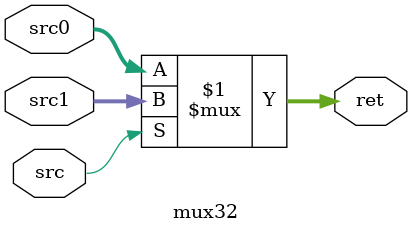
<source format=v>
`timescale 1ns / 1ps


module mux32(
        src1,src0,src,ret
    );
    input [31:0]src1;
    input [31:0]src0;
    input src;
    output [31:0]ret;
    assign ret = src?src1:src0;
    
endmodule

</source>
